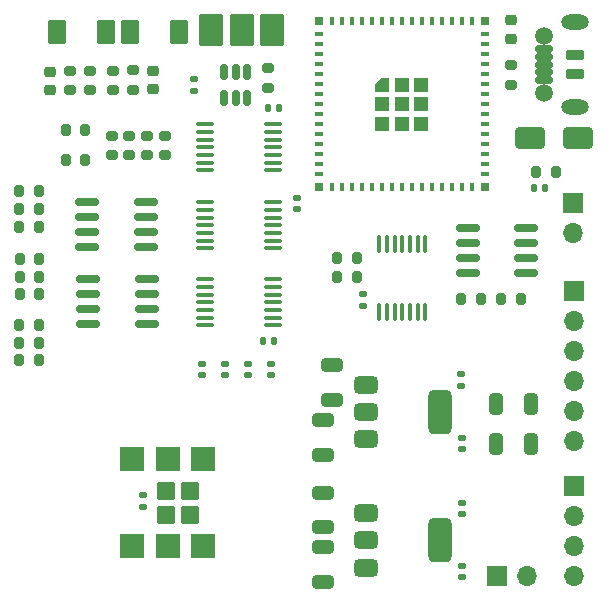
<source format=gbr>
%TF.GenerationSoftware,KiCad,Pcbnew,8.0.6*%
%TF.CreationDate,2025-08-27T22:10:31+02:00*%
%TF.ProjectId,probe,70726f62-652e-46b6-9963-61645f706362,V4-0*%
%TF.SameCoordinates,Original*%
%TF.FileFunction,Soldermask,Top*%
%TF.FilePolarity,Negative*%
%FSLAX46Y46*%
G04 Gerber Fmt 4.6, Leading zero omitted, Abs format (unit mm)*
G04 Created by KiCad (PCBNEW 8.0.6) date 2025-08-27 22:10:31*
%MOMM*%
%LPD*%
G01*
G04 APERTURE LIST*
G04 Aperture macros list*
%AMRoundRect*
0 Rectangle with rounded corners*
0 $1 Rounding radius*
0 $2 $3 $4 $5 $6 $7 $8 $9 X,Y pos of 4 corners*
0 Add a 4 corners polygon primitive as box body*
4,1,4,$2,$3,$4,$5,$6,$7,$8,$9,$2,$3,0*
0 Add four circle primitives for the rounded corners*
1,1,$1+$1,$2,$3*
1,1,$1+$1,$4,$5*
1,1,$1+$1,$6,$7*
1,1,$1+$1,$8,$9*
0 Add four rect primitives between the rounded corners*
20,1,$1+$1,$2,$3,$4,$5,0*
20,1,$1+$1,$4,$5,$6,$7,0*
20,1,$1+$1,$6,$7,$8,$9,0*
20,1,$1+$1,$8,$9,$2,$3,0*%
%AMFreePoly0*
4,1,6,0.600000,-0.600000,-0.600000,-0.600000,-0.600000,0.000000,0.000000,0.600000,0.600000,0.600000,0.600000,-0.600000,0.600000,-0.600000,$1*%
G04 Aperture macros list end*
%ADD10RoundRect,0.102000X-0.650000X-0.650000X0.650000X-0.650000X0.650000X0.650000X-0.650000X0.650000X0*%
%ADD11RoundRect,0.200000X-0.200000X-0.275000X0.200000X-0.275000X0.200000X0.275000X-0.200000X0.275000X0*%
%ADD12RoundRect,0.102000X-0.625000X0.200000X-0.625000X-0.200000X0.625000X-0.200000X0.625000X0.200000X0*%
%ADD13O,2.344000X1.274000*%
%ADD14C,1.504000*%
%ADD15RoundRect,0.102000X-0.675000X0.300000X-0.675000X-0.300000X0.675000X-0.300000X0.675000X0.300000X0*%
%ADD16R,1.700000X1.700000*%
%ADD17O,1.700000X1.700000*%
%ADD18RoundRect,0.225000X0.250000X-0.225000X0.250000X0.225000X-0.250000X0.225000X-0.250000X-0.225000X0*%
%ADD19RoundRect,0.250000X-1.000000X-0.650000X1.000000X-0.650000X1.000000X0.650000X-1.000000X0.650000X0*%
%ADD20RoundRect,0.200000X0.275000X-0.200000X0.275000X0.200000X-0.275000X0.200000X-0.275000X-0.200000X0*%
%ADD21RoundRect,0.102000X-0.675000X-0.900000X0.675000X-0.900000X0.675000X0.900000X-0.675000X0.900000X0*%
%ADD22RoundRect,0.200000X0.200000X0.275000X-0.200000X0.275000X-0.200000X-0.275000X0.200000X-0.275000X0*%
%ADD23RoundRect,0.140000X0.170000X-0.140000X0.170000X0.140000X-0.170000X0.140000X-0.170000X-0.140000X0*%
%ADD24RoundRect,0.140000X-0.140000X-0.170000X0.140000X-0.170000X0.140000X0.170000X-0.140000X0.170000X0*%
%ADD25RoundRect,0.102000X0.675000X0.900000X-0.675000X0.900000X-0.675000X-0.900000X0.675000X-0.900000X0*%
%ADD26RoundRect,0.225000X-0.250000X0.225000X-0.250000X-0.225000X0.250000X-0.225000X0.250000X0.225000X0*%
%ADD27RoundRect,0.140000X-0.170000X0.140000X-0.170000X-0.140000X0.170000X-0.140000X0.170000X0.140000X0*%
%ADD28RoundRect,0.250000X0.650000X-0.325000X0.650000X0.325000X-0.650000X0.325000X-0.650000X-0.325000X0*%
%ADD29RoundRect,0.100000X-0.637500X-0.100000X0.637500X-0.100000X0.637500X0.100000X-0.637500X0.100000X0*%
%ADD30R,2.000000X2.000000*%
%ADD31RoundRect,0.375000X-0.625000X-0.375000X0.625000X-0.375000X0.625000X0.375000X-0.625000X0.375000X0*%
%ADD32RoundRect,0.500000X-0.500000X-1.400000X0.500000X-1.400000X0.500000X1.400000X-0.500000X1.400000X0*%
%ADD33R,0.800000X0.400000*%
%ADD34R,0.400000X0.800000*%
%ADD35FreePoly0,0.000000*%
%ADD36R,1.200000X1.200000*%
%ADD37R,0.800000X0.800000*%
%ADD38RoundRect,0.150000X-0.150000X0.512500X-0.150000X-0.512500X0.150000X-0.512500X0.150000X0.512500X0*%
%ADD39RoundRect,0.250000X-0.325000X-0.650000X0.325000X-0.650000X0.325000X0.650000X-0.325000X0.650000X0*%
%ADD40RoundRect,0.200000X-0.275000X0.200000X-0.275000X-0.200000X0.275000X-0.200000X0.275000X0.200000X0*%
%ADD41RoundRect,0.150000X0.825000X0.150000X-0.825000X0.150000X-0.825000X-0.150000X0.825000X-0.150000X0*%
%ADD42RoundRect,0.102000X0.875000X-1.250000X0.875000X1.250000X-0.875000X1.250000X-0.875000X-1.250000X0*%
%ADD43RoundRect,0.150000X-0.825000X-0.150000X0.825000X-0.150000X0.825000X0.150000X-0.825000X0.150000X0*%
%ADD44RoundRect,0.218750X-0.256250X0.218750X-0.256250X-0.218750X0.256250X-0.218750X0.256250X0.218750X0*%
%ADD45RoundRect,0.100000X0.100000X-0.637500X0.100000X0.637500X-0.100000X0.637500X-0.100000X-0.637500X0*%
G04 APERTURE END LIST*
D10*
%TO.C,A1*%
X153500000Y-60800000D03*
X153500000Y-62800000D03*
X155500000Y-62800000D03*
X155500000Y-60800000D03*
%TD*%
D11*
%TO.C,R22*%
X145025000Y-32760000D03*
X146675000Y-32760000D03*
%TD*%
D12*
%TO.C,J2*%
X185500000Y-26000000D03*
X185500000Y-25350000D03*
X185500000Y-24700000D03*
X185500000Y-24050000D03*
X185500000Y-23400000D03*
D13*
X188125000Y-21100000D03*
D14*
X185475000Y-22275000D03*
D15*
X188150000Y-23900000D03*
X188150000Y-25500000D03*
D14*
X185475000Y-27125000D03*
D13*
X188125000Y-28300000D03*
%TD*%
D16*
%TO.C,J1*%
X181525000Y-68000000D03*
D17*
X184065000Y-68000000D03*
%TD*%
D18*
%TO.C,C11*%
X152425000Y-26800000D03*
X152425000Y-25250000D03*
%TD*%
D19*
%TO.C,D1*%
X184350000Y-30950000D03*
X188350000Y-30950000D03*
%TD*%
D20*
%TO.C,R1*%
X150725000Y-26850000D03*
X150725000Y-25200000D03*
%TD*%
D21*
%TO.C,SW1*%
X150475000Y-21950000D03*
X154625000Y-21950000D03*
%TD*%
D22*
%TO.C,R12*%
X142775000Y-42650000D03*
X141125000Y-42650000D03*
%TD*%
D23*
%TO.C,C13*%
X155862500Y-26905000D03*
X155862500Y-25945000D03*
%TD*%
%TO.C,C15*%
X156515000Y-51000000D03*
X156515000Y-50040000D03*
%TD*%
D20*
%TO.C,R26*%
X162162500Y-26650000D03*
X162162500Y-25000000D03*
%TD*%
%TO.C,R18*%
X150400000Y-32400000D03*
X150400000Y-30750000D03*
%TD*%
D23*
%TO.C,C16*%
X158485000Y-51000000D03*
X158485000Y-50040000D03*
%TD*%
D24*
%TO.C,C19*%
X162140000Y-28350000D03*
X163100000Y-28350000D03*
%TD*%
%TO.C,C22*%
X161720000Y-48150000D03*
X162680000Y-48150000D03*
%TD*%
D23*
%TO.C,C8*%
X178600000Y-68100000D03*
X178600000Y-67140000D03*
%TD*%
%TO.C,C17*%
X160455000Y-51000000D03*
X160455000Y-50040000D03*
%TD*%
D11*
%TO.C,R27*%
X178500000Y-44515000D03*
X180150000Y-44515000D03*
%TD*%
D22*
%TO.C,R15*%
X142725000Y-48250000D03*
X141075000Y-48250000D03*
%TD*%
D20*
%TO.C,R19*%
X151900000Y-32400000D03*
X151900000Y-30750000D03*
%TD*%
D22*
%TO.C,R16*%
X142725000Y-46750000D03*
X141075000Y-46750000D03*
%TD*%
D25*
%TO.C,SW2*%
X148400000Y-21925000D03*
X144250000Y-21925000D03*
%TD*%
D16*
%TO.C,J5*%
X188000000Y-36450000D03*
D17*
X188000000Y-38990000D03*
%TD*%
D26*
%TO.C,C12*%
X143675000Y-25300000D03*
X143675000Y-26850000D03*
%TD*%
D22*
%TO.C,R23*%
X186500000Y-33800000D03*
X184850000Y-33800000D03*
%TD*%
D27*
%TO.C,C21*%
X170150000Y-44150000D03*
X170150000Y-45110000D03*
%TD*%
D16*
%TO.C,J6*%
X188050000Y-60410000D03*
D17*
X188050000Y-62950000D03*
X188050000Y-65490000D03*
X188050000Y-68030000D03*
%TD*%
D28*
%TO.C,C6*%
X166800000Y-68500000D03*
X166800000Y-65550000D03*
%TD*%
D29*
%TO.C,U7*%
X156812500Y-36375000D03*
X156812500Y-37025000D03*
X156812500Y-37675000D03*
X156812500Y-38325000D03*
X156812500Y-38975000D03*
X156812500Y-39625000D03*
X156812500Y-40275000D03*
X162537500Y-40275000D03*
X162537500Y-39625000D03*
X162537500Y-38975000D03*
X162537500Y-38325000D03*
X162537500Y-37675000D03*
X162537500Y-37025000D03*
X162537500Y-36375000D03*
%TD*%
D22*
%TO.C,R24*%
X169650000Y-42662500D03*
X168000000Y-42662500D03*
%TD*%
D30*
%TO.C,J8*%
X153650000Y-58125000D03*
X156650000Y-58125000D03*
X150650000Y-58125000D03*
%TD*%
D31*
%TO.C,U2*%
X170400000Y-51800000D03*
X170400000Y-54100000D03*
D32*
X176700000Y-54100000D03*
D31*
X170400000Y-56400000D03*
%TD*%
D33*
%TO.C,U4*%
X166475000Y-22100000D03*
X166475000Y-22950000D03*
X166475000Y-23800000D03*
X166475000Y-24650000D03*
X166475000Y-25500000D03*
X166475000Y-26350000D03*
X166475000Y-27200000D03*
X166475000Y-28050000D03*
X166475000Y-28900000D03*
X166475000Y-29750000D03*
X166475000Y-30600000D03*
X166475000Y-31450000D03*
X166475000Y-32300000D03*
X166475000Y-33150000D03*
X166475000Y-34000000D03*
D34*
X167525000Y-35050000D03*
X168375000Y-35050000D03*
X169225000Y-35050000D03*
X170075000Y-35050000D03*
X170925000Y-35050000D03*
X171775000Y-35050000D03*
X172625000Y-35050000D03*
X173475000Y-35050000D03*
X174325000Y-35050000D03*
X175175000Y-35050000D03*
X176025000Y-35050000D03*
X176875000Y-35050000D03*
X177725000Y-35050000D03*
X178575000Y-35050000D03*
X179425000Y-35050000D03*
D33*
X180475000Y-34000000D03*
X180475000Y-33150000D03*
X180475000Y-32300000D03*
X180475000Y-31450000D03*
X180475000Y-30600000D03*
X180475000Y-29750000D03*
X180475000Y-28900000D03*
X180475000Y-28050000D03*
X180475000Y-27200000D03*
X180475000Y-26350000D03*
X180475000Y-25500000D03*
X180475000Y-24650000D03*
X180475000Y-23800000D03*
X180475000Y-22950000D03*
X180475000Y-22100000D03*
D34*
X179425000Y-21050000D03*
X178575000Y-21050000D03*
X177725000Y-21050000D03*
X176875000Y-21050000D03*
X176025000Y-21050000D03*
X175175000Y-21050000D03*
X174325000Y-21050000D03*
X173475000Y-21050000D03*
X172625000Y-21050000D03*
X171775000Y-21050000D03*
X170925000Y-21050000D03*
X170075000Y-21050000D03*
X169225000Y-21050000D03*
X168375000Y-21050000D03*
X167525000Y-21050000D03*
D35*
X171825000Y-26400000D03*
D36*
X171825000Y-28050000D03*
X171825000Y-29700000D03*
X173475000Y-26400000D03*
X173475000Y-28050000D03*
X173475000Y-29700000D03*
X175125000Y-26400000D03*
X175125000Y-28050000D03*
X175125000Y-29700000D03*
D37*
X166475000Y-21050000D03*
X166475000Y-35050000D03*
X180475000Y-35050000D03*
X180475000Y-21050000D03*
%TD*%
D29*
%TO.C,U6*%
X156837500Y-29750000D03*
X156837500Y-30400000D03*
X156837500Y-31050000D03*
X156837500Y-31700000D03*
X156837500Y-32350000D03*
X156837500Y-33000000D03*
X156837500Y-33650000D03*
X162562500Y-33650000D03*
X162562500Y-33000000D03*
X162562500Y-32350000D03*
X162562500Y-31700000D03*
X162562500Y-31050000D03*
X162562500Y-30400000D03*
X162562500Y-29750000D03*
%TD*%
D27*
%TO.C,C20*%
X164600000Y-35970000D03*
X164600000Y-36930000D03*
%TD*%
D38*
%TO.C,U1*%
X160350000Y-25300000D03*
X159400000Y-25300000D03*
X158450000Y-25300000D03*
X158450000Y-27575000D03*
X159400000Y-27575000D03*
X160350000Y-27575000D03*
%TD*%
D28*
%TO.C,C7*%
X166800000Y-63900000D03*
X166800000Y-60950000D03*
%TD*%
D23*
%TO.C,C18*%
X162425000Y-51000000D03*
X162425000Y-50040000D03*
%TD*%
D27*
%TO.C,C1*%
X178500000Y-50920000D03*
X178500000Y-51880000D03*
%TD*%
D22*
%TO.C,R10*%
X142750000Y-35450000D03*
X141100000Y-35450000D03*
%TD*%
D11*
%TO.C,R21*%
X145025000Y-30250000D03*
X146675000Y-30250000D03*
%TD*%
D39*
%TO.C,C10*%
X181450000Y-56825000D03*
X184400000Y-56825000D03*
%TD*%
D40*
%TO.C,R2*%
X145375000Y-25250000D03*
X145375000Y-26900000D03*
%TD*%
D39*
%TO.C,C9*%
X181450000Y-53475000D03*
X184400000Y-53475000D03*
%TD*%
D20*
%TO.C,R7*%
X149025000Y-26875000D03*
X149025000Y-25225000D03*
%TD*%
D22*
%TO.C,R8*%
X142750000Y-38450000D03*
X141100000Y-38450000D03*
%TD*%
%TO.C,R25*%
X169650000Y-41112500D03*
X168000000Y-41112500D03*
%TD*%
D41*
%TO.C,U12*%
X184025000Y-42360000D03*
X184025000Y-41090000D03*
X184025000Y-39820000D03*
X184025000Y-38550000D03*
X179075000Y-38550000D03*
X179075000Y-39820000D03*
X179075000Y-41090000D03*
X179075000Y-42360000D03*
%TD*%
D42*
%TO.C,J4*%
X157300000Y-21750000D03*
X159900000Y-21800000D03*
X162500000Y-21800000D03*
%TD*%
D22*
%TO.C,R13*%
X142775000Y-41150000D03*
X141125000Y-41150000D03*
%TD*%
D20*
%TO.C,R20*%
X153400000Y-32400000D03*
X153400000Y-30750000D03*
%TD*%
D43*
%TO.C,U9*%
X146925000Y-42835000D03*
X146925000Y-44105000D03*
X146925000Y-45375000D03*
X146925000Y-46645000D03*
X151875000Y-46645000D03*
X151875000Y-45375000D03*
X151875000Y-44105000D03*
X151875000Y-42835000D03*
%TD*%
D22*
%TO.C,R11*%
X142775000Y-44150000D03*
X141125000Y-44150000D03*
%TD*%
D27*
%TO.C,C5*%
X178600000Y-61800000D03*
X178600000Y-62760000D03*
%TD*%
D22*
%TO.C,R14*%
X142725000Y-49750000D03*
X141075000Y-49750000D03*
%TD*%
D20*
%TO.C,R17*%
X148900000Y-32400000D03*
X148900000Y-30750000D03*
%TD*%
D16*
%TO.C,J3*%
X188050000Y-43910000D03*
D17*
X188050000Y-46450000D03*
X188050000Y-48990000D03*
X188050000Y-51530000D03*
X188050000Y-54070000D03*
X188050000Y-56610000D03*
%TD*%
D41*
%TO.C,U5*%
X151800000Y-40130000D03*
X151800000Y-38860000D03*
X151800000Y-37590000D03*
X151800000Y-36320000D03*
X146850000Y-36320000D03*
X146850000Y-37590000D03*
X146850000Y-38860000D03*
X146850000Y-40130000D03*
%TD*%
D29*
%TO.C,U8*%
X156850000Y-42875000D03*
X156850000Y-43525000D03*
X156850000Y-44175000D03*
X156850000Y-44825000D03*
X156850000Y-45475000D03*
X156850000Y-46125000D03*
X156850000Y-46775000D03*
X162575000Y-46775000D03*
X162575000Y-46125000D03*
X162575000Y-45475000D03*
X162575000Y-44825000D03*
X162575000Y-44175000D03*
X162575000Y-43525000D03*
X162575000Y-42875000D03*
%TD*%
D11*
%TO.C,R28*%
X181875000Y-44550000D03*
X183525000Y-44550000D03*
%TD*%
D23*
%TO.C,C23*%
X151550000Y-62125000D03*
X151550000Y-61165000D03*
%TD*%
D40*
%TO.C,R6*%
X147075000Y-25250000D03*
X147075000Y-26900000D03*
%TD*%
D31*
%TO.C,U3*%
X170400000Y-62700000D03*
X170400000Y-65000000D03*
D32*
X176700000Y-65000000D03*
D31*
X170400000Y-67300000D03*
%TD*%
D24*
%TO.C,C14*%
X184670000Y-35150000D03*
X185630000Y-35150000D03*
%TD*%
D30*
%TO.C,J7*%
X153650000Y-65425000D03*
X150650000Y-65425000D03*
X156650000Y-65425000D03*
%TD*%
D44*
%TO.C,D4*%
X182675000Y-20962500D03*
X182675000Y-22537500D03*
%TD*%
D40*
%TO.C,R5*%
X182675000Y-24750000D03*
X182675000Y-26400000D03*
%TD*%
D23*
%TO.C,C3*%
X178600000Y-57280000D03*
X178600000Y-56320000D03*
%TD*%
D45*
%TO.C,U10*%
X171575000Y-45625000D03*
X172225000Y-45625000D03*
X172875000Y-45625000D03*
X173525000Y-45625000D03*
X174175000Y-45625000D03*
X174825000Y-45625000D03*
X175475000Y-45625000D03*
X175475000Y-39900000D03*
X174825000Y-39900000D03*
X174175000Y-39900000D03*
X173525000Y-39900000D03*
X172875000Y-39900000D03*
X172225000Y-39900000D03*
X171575000Y-39900000D03*
%TD*%
D28*
%TO.C,C2*%
X167550000Y-53125000D03*
X167550000Y-50175000D03*
%TD*%
D22*
%TO.C,R9*%
X142750000Y-36950000D03*
X141100000Y-36950000D03*
%TD*%
D28*
%TO.C,C4*%
X166800000Y-57775000D03*
X166800000Y-54825000D03*
%TD*%
M02*

</source>
